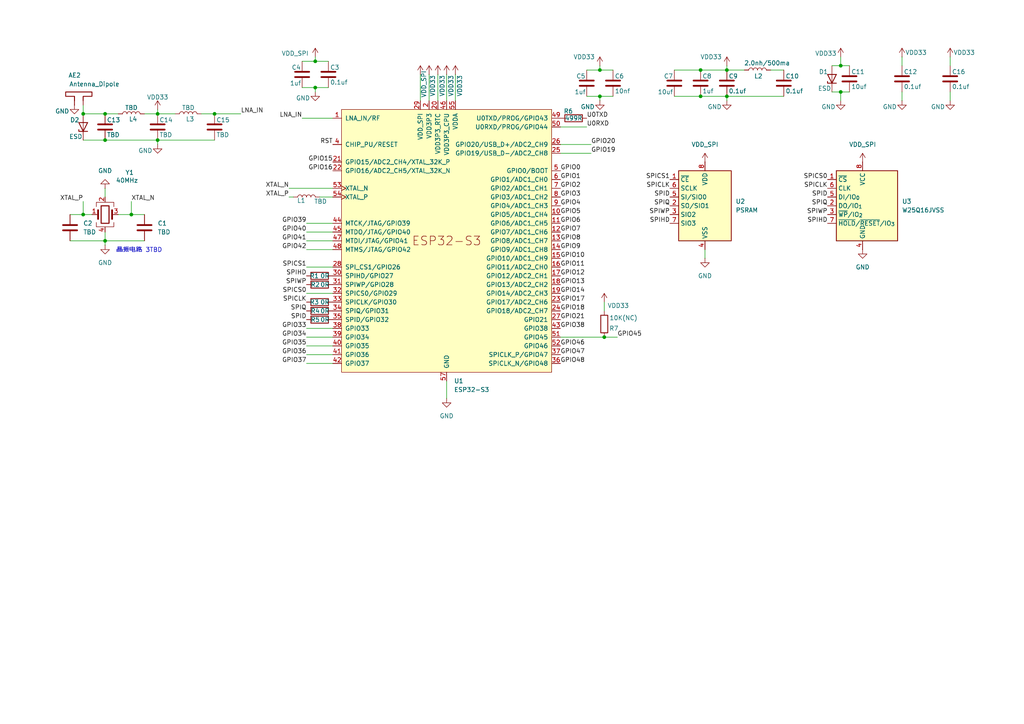
<source format=kicad_sch>
(kicad_sch (version 20250114) (generator "eeschema") (generator_version "9.0")
  (paper "A4")
  (lib_symbols
    (symbol "Device:Antenna_Dipole" (pin_numbers (hide yes)) (pin_names (offset 1.016) (hide yes))
      (property "Reference" "AE" (at 1.27 1.27 0))
      (property "Value" "Antenna_Dipole" (at 1.27 0 0))
      (symbol "Antenna_Dipole_0_1"
        (polyline (pts (xy 2.54 -3.81) (xy 2.54 -2.54) (xy 5.08 -2.54) (xy 5.08 -1.27) (xy -2.54 -1.27) (xy -2.54 -2.54) (xy 0 -2.54) (xy 0 -3.81)) (stroke (width 0.254)))
      )
      (symbol "Antenna_Dipole_1_1"
        (pin input line (at 0 -5.08 90) (length 2.54) (name "~") (number "1"))
        (pin input line (at 2.54 -5.08 90) (length 2.54) (name "~") (number "2"))
      )
    )
    (symbol "Device:C" (pin_numbers (hide yes)) (pin_names (offset 0.254))
      (property "Reference" "C" (at 0.635 2.54 0))
      (property "Value" "C" (at 0.635 -2.54 0))
      (symbol "C_0_1"
        (polyline (pts (xy -2.032 0.762) (xy 2.032 0.762)) (stroke (width 0.508)))
        (polyline (pts (xy -2.032 -0.762) (xy 2.032 -0.762)) (stroke (width 0.508)))
      )
      (symbol "C_1_1"
        (pin passive line (at 0 3.81 270) (length 2.794) (name "~") (number "1"))
        (pin passive line (at 0 -3.81 90) (length 2.794) (name "~") (number "2"))
      )
    )
    (symbol "Device:Crystal_GND24" (pin_names (offset 1.016) (hide yes))
      (property "Reference" "Y" (at 3.175 5.08 0))
      (property "Value" "Crystal_GND24" (at 3.175 3.175 0))
      (symbol "Crystal_GND24_0_1"
        (polyline (pts (xy -2.54 2.286) (xy -2.54 3.556) (xy 2.54 3.556) (xy 2.54 2.286)))
        (polyline (pts (xy -2.54 0) (xy -2.032 0)))
        (polyline (pts (xy -2.54 -2.286) (xy -2.54 -3.556) (xy 2.54 -3.556) (xy 2.54 -2.286)))
        (polyline (pts (xy -2.032 -1.27) (xy -2.032 1.27)) (stroke (width 0.508)))
        (rectangle (start -1.143 2.54) (end 1.143 -2.54) (stroke (width 0.3048)))
        (polyline (pts (xy 0 3.556) (xy 0 3.81)))
        (polyline (pts (xy 0 -3.81) (xy 0 -3.556)))
        (polyline (pts (xy 2.032 0) (xy 2.54 0)))
        (polyline (pts (xy 2.032 -1.27) (xy 2.032 1.27)) (stroke (width 0.508)))
      )
      (symbol "Crystal_GND24_1_1"
        (pin passive line (at -3.81 0 0) (length 1.27) (name "1") (number "1"))
        (pin passive line (at 0 5.08 270) (length 1.27) (name "2") (number "2"))
        (pin passive line (at 0 -5.08 90) (length 1.27) (name "4") (number "4"))
        (pin passive line (at 3.81 0 180) (length 1.27) (name "3") (number "3"))
      )
    )
    (symbol "Device:L" (pin_numbers (hide yes)) (pin_names (offset 1.016) (hide yes))
      (property "Reference" "L" (at -1.27 0 90))
      (property "Value" "L" (at 1.905 0 90))
      (symbol "L_0_1"
        (arc (start 0 2.54) (mid 0.6323 1.905) (end 0 1.27))
        (arc (start 0 1.27) (mid 0.6323 0.635) (end 0 0))
        (arc (start 0 0) (mid 0.6323 -0.635) (end 0 -1.27))
        (arc (start 0 -1.27) (mid 0.6323 -1.905) (end 0 -2.54))
      )
      (symbol "L_1_1"
        (pin passive line (at 0 3.81 270) (length 1.27) (name "1") (number "1"))
        (pin passive line (at 0 -3.81 90) (length 1.27) (name "2") (number "2"))
      )
    )
    (symbol "Device:R" (pin_numbers (hide yes)) (pin_names (offset 0))
      (property "Reference" "R" (at 2.032 0 90))
      (property "Value" "R" (at 0 0 90))
      (symbol "R_0_1"
        (rectangle (start -1.016 -2.54) (end 1.016 2.54) (stroke (width 0.254)))
      )
      (symbol "R_1_1"
        (pin passive line (at 0 3.81 270) (length 1.27) (name "~") (number "1"))
        (pin passive line (at 0 -3.81 90) (length 1.27) (name "~") (number "2"))
      )
    )
    (symbol "Diode:ESD5Zxx" (pin_numbers (hide yes)) (pin_names (hide yes))
      (property "Reference" "D" (at 0 2.54 0))
      (property "Value" "ESD5Zxx" (at 0 -2.54 0))
      (symbol "ESD5Zxx_0_1"
        (polyline (pts (xy -1.27 -1.27) (xy -1.27 1.27) (xy -0.762 1.27)) (stroke (width 0.254)))
        (polyline (pts (xy 1.27 0) (xy -1.27 0)))
        (polyline (pts (xy 1.27 -1.27) (xy 1.27 1.27) (xy -1.27 0) (xy 1.27 -1.27)) (stroke (width 0.254)))
      )
      (symbol "ESD5Zxx_1_1"
        (pin passive line (at -3.81 0 0) (length 2.54) (name "K") (number "1"))
        (pin passive line (at 3.81 0 180) (length 2.54) (name "A") (number "2"))
      )
    )
    (symbol "Memory_Flash:W25Q16JVSS"
      (property "Reference" "U" (at -6.35 11.43 0))
      (property "Value" "W25Q16JVSS" (at 7.62 11.43 0))
      (symbol "W25Q16JVSS_0_1"
        (rectangle (start -7.62 10.16) (end 10.16 -10.16) (stroke (width 0.254)) (fill (type background)))
      )
      (symbol "W25Q16JVSS_1_1"
        (pin input line (at -10.16 7.62 0) (length 2.54) (name "~{CS}") (number "1"))
        (pin input line (at -10.16 5.08 0) (length 2.54) (name "CLK") (number "6"))
        (pin bidirectional line (at -10.16 2.54 0) (length 2.54) (name "DI/IO_{0}") (number "5"))
        (pin bidirectional line (at -10.16 0 0) (length 2.54) (name "DO/IO_{1}") (number "2"))
        (pin bidirectional line (at -10.16 -2.54 0) (length 2.54) (name "~{WP}/IO_{2}") (number "3"))
        (pin bidirectional line (at -10.16 -5.08 0) (length 2.54) (name "~{HOLD}/~{RESET}/IO_{3}") (number "7"))
        (pin power_in line (at 0 12.7 270) (length 2.54) (name "VCC") (number "8"))
        (pin power_in line (at 0 -12.7 90) (length 2.54) (name "GND") (number "4"))
      )
    )
    (symbol "Memory_RAM:APS1604M-3SQRx-SN"
      (property "Reference" "U" (at -6.35 11.43 0))
      (property "Value" "APS1604M-3SQRx-SN" (at 11.684 11.43 0))
      (symbol "APS1604M-3SQRx-SN_0_1"
        (rectangle (start -7.62 10.16) (end 7.62 -10.16) (stroke (width 0.254)) (fill (type background)))
      )
      (symbol "APS1604M-3SQRx-SN_1_1"
        (pin input line (at -10.16 7.62 0) (length 2.54) (name "~{CE}") (number "1"))
        (pin input line (at -10.16 5.08 0) (length 2.54) (name "SCLK") (number "6"))
        (pin bidirectional line (at -10.16 2.54 0) (length 2.54) (name "SI/SIO0") (number "5"))
        (pin bidirectional line (at -10.16 0 0) (length 2.54) (name "SO/SIO1") (number "2"))
        (pin bidirectional line (at -10.16 -2.54 0) (length 2.54) (name "SIO2") (number "3"))
        (pin bidirectional line (at -10.16 -5.08 0) (length 2.54) (name "SIO3") (number "7"))
        (pin power_in line (at 0 12.7 270) (length 2.54) (name "VDD") (number "8"))
        (pin power_in line (at 0 -12.7 90) (length 2.54) (name "VSS") (number "4"))
      )
    )
    (symbol "PCM_Espressif:ESP32-S3" (pin_names (offset 1.016))
      (property "Reference" "U" (at -30.48 43.18 0))
      (property "Value" "ESP32-S3" (at -30.48 40.64 0))
      (symbol "ESP32-S3_0_0"
        (text "ESP32-S3" (at 0 0 0) (effects (font (size 2.54 2.54))))
        (pin bidirectional line (at 33.02 -33.02 180) (length 2.54) (name "SPICLK_P/GPIO47") (number "37"))
        (pin bidirectional line (at 33.02 -35.56 180) (length 2.54) (name "SPICLK_N/GPIO48") (number "36"))
      )
      (symbol "ESP32-S3_0_1"
        (rectangle (start -30.48 38.1) (end 30.48 -38.1) (fill (type background)))
      )
      (symbol "ESP32-S3_1_1"
        (pin bidirectional line (at -33.02 35.56 0) (length 2.54) (name "LNA_IN/RF") (number "1"))
        (pin input line (at -33.02 27.94 0) (length 2.54) (name "CHIP_PU/RESET") (number "4"))
        (pin bidirectional line (at -33.02 22.86 0) (length 2.54) (name "GPIO15/ADC2_CH4/XTAL_32K_P") (number "21"))
        (pin bidirectional line (at -33.02 20.32 0) (length 2.54) (name "GPIO16/ADC2_CH5/XTAL_32K_N") (number "22"))
        (pin input clock (at -33.02 15.24 0) (length 2.54) (name "XTAL_N") (number "53"))
        (pin output clock (at -33.02 12.7 0) (length 2.54) (name "XTAL_P") (number "54"))
        (pin bidirectional line (at -33.02 5.08 0) (length 2.54) (name "MTCK/JTAG/GPIO39") (number "44"))
        (pin bidirectional line (at -33.02 2.54 0) (length 2.54) (name "MTDO/JTAG/GPIO40") (number "45"))
        (pin bidirectional line (at -33.02 0 0) (length 2.54) (name "MTDI/JTAG/GPIO41") (number "47"))
        (pin bidirectional line (at -33.02 -2.54 0) (length 2.54) (name "MTMS/JTAG/GPIO42") (number "48"))
        (pin bidirectional line (at -33.02 -7.62 0) (length 2.54) (name "SPI_CS1/GPIO26") (number "28"))
        (pin bidirectional line (at -33.02 -10.16 0) (length 2.54) (name "SPIHD/GPIO27") (number "30"))
        (pin bidirectional line (at -33.02 -12.7 0) (length 2.54) (name "SPIWP/GPIO28") (number "31"))
        (pin bidirectional line (at -33.02 -15.24 0) (length 2.54) (name "SPICS0/GPIO29") (number "32"))
        (pin bidirectional line (at -33.02 -17.78 0) (length 2.54) (name "SPICLK/GPIO30") (number "33"))
        (pin bidirectional line (at -33.02 -20.32 0) (length 2.54) (name "SPIQ/GPIO31") (number "34"))
        (pin bidirectional line (at -33.02 -22.86 0) (length 2.54) (name "SPID/GPIO32") (number "35"))
        (pin bidirectional line (at -33.02 -25.4 0) (length 2.54) (name "GPIO33") (number "38"))
        (pin bidirectional line (at -33.02 -27.94 0) (length 2.54) (name "GPIO34") (number "39"))
        (pin bidirectional line (at -33.02 -30.48 0) (length 2.54) (name "GPIO35") (number "40"))
        (pin bidirectional line (at -33.02 -33.02 0) (length 2.54) (name "GPIO36") (number "41"))
        (pin bidirectional line (at -33.02 -35.56 0) (length 2.54) (name "GPIO37") (number "42"))
        (pin power_out line (at -7.62 40.64 270) (length 2.54) (name "VDD_SPI") (number "29"))
        (pin power_in line (at -5.08 40.64 270) (length 2.54) (name "VDD3P3") (number "2"))
        (pin power_in line (at -5.08 40.64 270) (length 2.54) (hide yes) (name "VDD3P3") (number "3"))
        (pin power_in line (at -2.54 40.64 270) (length 2.54) (name "VDD3P3_RTC") (number "20"))
        (pin power_in line (at 0 40.64 270) (length 2.54) (name "VDD3P3_CPU") (number "46"))
        (pin power_in line (at 0 -40.64 90) (length 2.54) (name "GND") (number "57"))
        (pin power_in line (at 2.54 40.64 270) (length 2.54) (name "VDDA") (number "55"))
        (pin passive line (at 2.54 40.64 270) (length 2.54) (hide yes) (name "VDDA") (number "56"))
        (pin bidirectional line (at 33.02 35.56 180) (length 2.54) (name "U0TXD/PROG/GPIO43") (number "49"))
        (pin bidirectional line (at 33.02 33.02 180) (length 2.54) (name "U0RXD/PROG/GPIO44") (number "50"))
        (pin bidirectional line (at 33.02 27.94 180) (length 2.54) (name "GPIO20/USB_D+/ADC2_CH9") (number "26"))
        (pin bidirectional line (at 33.02 25.4 180) (length 2.54) (name "GPIO19/USB_D-/ADC2_CH8") (number "25"))
        (pin bidirectional line (at 33.02 20.32 180) (length 2.54) (name "GPIO0/BOOT") (number "5"))
        (pin bidirectional line (at 33.02 17.78 180) (length 2.54) (name "GPIO1/ADC1_CH0") (number "6"))
        (pin bidirectional line (at 33.02 15.24 180) (length 2.54) (name "GPIO2/ADC1_CH1") (number "7"))
        (pin bidirectional line (at 33.02 12.7 180) (length 2.54) (name "GPIO3/ADC1_CH2") (number "8"))
        (pin bidirectional line (at 33.02 10.16 180) (length 2.54) (name "GPIO4/ADC1_CH3") (number "9"))
        (pin bidirectional line (at 33.02 7.62 180) (length 2.54) (name "GPIO5/ADC1_CH4") (number "10"))
        (pin bidirectional line (at 33.02 5.08 180) (length 2.54) (name "GPIO6/ADC1_CH5") (number "11"))
        (pin bidirectional line (at 33.02 2.54 180) (length 2.54) (name "GPIO7/ADC1_CH6") (number "12"))
        (pin bidirectional line (at 33.02 0 180) (length 2.54) (name "GPIO8/ADC1_CH7") (number "13"))
        (pin bidirectional line (at 33.02 -2.54 180) (length 2.54) (name "GPIO9/ADC1_CH8") (number "14"))
        (pin bidirectional line (at 33.02 -5.08 180) (length 2.54) (name "GPIO10/ADC1_CH9") (number "15"))
        (pin bidirectional line (at 33.02 -7.62 180) (length 2.54) (name "GPIO11/ADC2_CH0") (number "16"))
        (pin bidirectional line (at 33.02 -10.16 180) (length 2.54) (name "GPIO12/ADC2_CH1") (number "17"))
        (pin bidirectional line (at 33.02 -12.7 180) (length 2.54) (name "GPIO13/ADC2_CH2") (number "18"))
        (pin bidirectional line (at 33.02 -15.24 180) (length 2.54) (name "GPIO14/ADC2_CH3") (number "19"))
        (pin bidirectional line (at 33.02 -17.78 180) (length 2.54) (name "GPIO17/ADC2_CH6") (number "23"))
        (pin bidirectional line (at 33.02 -20.32 180) (length 2.54) (name "GPIO18/ADC2_CH7") (number "24"))
        (pin bidirectional line (at 33.02 -22.86 180) (length 2.54) (name "GPIO21") (number "27"))
        (pin bidirectional line (at 33.02 -25.4 180) (length 2.54) (name "GPIO38") (number "43"))
        (pin bidirectional line (at 33.02 -27.94 180) (length 2.54) (name "GPIO45") (number "51"))
        (pin bidirectional line (at 33.02 -30.48 180) (length 2.54) (name "GPIO46") (number "52"))
      )
    )
    (symbol "power:GND" (power) (pin_numbers (hide yes)) (pin_names (offset 0) (hide yes))
      (property "Value" "GND" (at 0 -3.81 0))
      (symbol "GND_0_1"
        (polyline (pts (xy 0 0) (xy 0 -1.27) (xy 1.27 -1.27) (xy 0 -2.54) (xy -1.27 -1.27) (xy 0 -1.27)))
      )
      (symbol "GND_1_1"
        (pin power_in line (at 0 0 270) (length 0) (name "~") (number "1"))
      )
    )
    (symbol "power:VDD" (power) (pin_numbers (hide yes)) (pin_names (offset 0) (hide yes))
      (property "Value" "VDD" (at 0 3.556 0))
      (symbol "VDD_0_1"
        (polyline (pts (xy -0.762 1.27) (xy 0 2.54)))
        (polyline (pts (xy 0 2.54) (xy 0.762 1.27)))
        (polyline (pts (xy 0 0) (xy 0 2.54)))
      )
      (symbol "VDD_1_1"
        (pin power_in line (at 0 0 90) (length 0) (name "~") (number "1"))
      )
    )
  )
  (text "晶振电路 3TBD" (at 40.386 72.644 0) (effects (font (size 1.27 1.27))))
  (junction (at 30.48 69.85))
  (junction (at 91.44 25.4))
  (junction (at 175.26 97.79))
  (junction (at 38.1 62.23))
  (junction (at 45.72 33.02))
  (junction (at 210.82 20.32))
  (junction (at 203.2 27.94))
  (junction (at 30.48 33.02))
  (junction (at 62.23 33.02))
  (junction (at 91.44 17.78))
  (junction (at 24.13 62.23))
  (junction (at 243.84 19.05))
  (junction (at 173.99 27.94))
  (junction (at 24.13 33.02))
  (junction (at 30.48 40.64))
  (junction (at 45.72 40.64))
  (junction (at 203.2 20.32))
  (junction (at 243.84 26.67))
  (junction (at 173.99 20.32))
  (junction (at 210.82 27.94))
  (wire (pts (xy 88.9 67.31) (xy 96.52 67.31)))
  (wire (pts (xy 243.84 19.05) (xy 246.38 19.05)))
  (wire (pts (xy 88.9 64.77) (xy 96.52 64.77)))
  (wire (pts (xy 241.3 26.67) (xy 243.84 26.67)))
  (wire (pts (xy 171.45 44.45) (xy 162.56 44.45)))
  (wire (pts (xy 91.44 25.4) (xy 95.25 25.4)))
  (wire (pts (xy 88.9 85.09) (xy 96.52 85.09)))
  (wire (pts (xy 92.71 57.15) (xy 96.52 57.15)))
  (wire (pts (xy 88.9 72.39) (xy 96.52 72.39)))
  (wire (pts (xy 261.62 26.67) (xy 261.62 29.21)))
  (wire (pts (xy 275.59 19.05) (xy 275.59 16.51)))
  (wire (pts (xy 170.18 27.94) (xy 173.99 27.94)))
  (wire (pts (xy 88.9 77.47) (xy 96.52 77.47)))
  (wire (pts (xy 91.44 17.78) (xy 95.25 17.78)))
  (wire (pts (xy 30.48 71.12) (xy 30.48 69.85)))
  (wire (pts (xy 203.2 20.32) (xy 210.82 20.32)))
  (wire (pts (xy 173.99 27.94) (xy 177.8 27.94)))
  (wire (pts (xy 83.82 54.61) (xy 96.52 54.61)))
  (wire (pts (xy 241.3 19.05) (xy 243.84 19.05)))
  (wire (pts (xy 88.9 95.25) (xy 96.52 95.25)))
  (wire (pts (xy 195.58 20.32) (xy 203.2 20.32)))
  (wire (pts (xy 179.07 97.79) (xy 175.26 97.79)))
  (wire (pts (xy 30.48 69.85) (xy 30.48 67.31)))
  (wire (pts (xy 38.1 62.23) (xy 41.91 62.23)))
  (wire (pts (xy 195.58 27.94) (xy 203.2 27.94)))
  (wire (pts (xy 243.84 16.51) (xy 243.84 19.05)))
  (wire (pts (xy 132.08 21.59) (xy 132.08 29.21)))
  (wire (pts (xy 87.63 25.4) (xy 91.44 25.4)))
  (wire (pts (xy 175.26 87.63) (xy 175.26 90.17)))
  (wire (pts (xy 34.29 62.23) (xy 38.1 62.23)))
  (wire (pts (xy 210.82 29.21) (xy 210.82 27.94)))
  (wire (pts (xy 41.91 33.02) (xy 45.72 33.02)))
  (wire (pts (xy 171.45 41.91) (xy 162.56 41.91)))
  (wire (pts (xy 210.82 27.94) (xy 203.2 27.94)))
  (wire (pts (xy 20.32 62.23) (xy 24.13 62.23)))
  (wire (pts (xy 88.9 97.79) (xy 96.52 97.79)))
  (wire (pts (xy 88.9 100.33) (xy 96.52 100.33)))
  (wire (pts (xy 91.44 26.67) (xy 91.44 25.4)))
  (wire (pts (xy 20.32 69.85) (xy 30.48 69.85)))
  (wire (pts (xy 223.52 20.32) (xy 227.33 20.32)))
  (wire (pts (xy 243.84 29.21) (xy 243.84 26.67)))
  (wire (pts (xy 210.82 20.32) (xy 215.9 20.32)))
  (wire (pts (xy 88.9 102.87) (xy 96.52 102.87)))
  (wire (pts (xy 30.48 33.02) (xy 34.29 33.02)))
  (wire (pts (xy 91.44 16.51) (xy 91.44 17.78)))
  (wire (pts (xy 30.48 54.61) (xy 30.48 57.15)))
  (wire (pts (xy 45.72 41.91) (xy 45.72 40.64)))
  (wire (pts (xy 204.47 74.93) (xy 204.47 72.39)))
  (wire (pts (xy 129.54 115.57) (xy 129.54 110.49)))
  (wire (pts (xy 58.42 33.02) (xy 62.23 33.02)))
  (wire (pts (xy 87.63 17.78) (xy 91.44 17.78)))
  (wire (pts (xy 170.18 20.32) (xy 173.99 20.32)))
  (wire (pts (xy 24.13 58.42) (xy 24.13 62.23)))
  (wire (pts (xy 62.23 33.02) (xy 69.85 33.02)))
  (wire (pts (xy 127 21.59) (xy 127 29.21)))
  (wire (pts (xy 30.48 69.85) (xy 41.91 69.85)))
  (wire (pts (xy 129.54 21.59) (xy 129.54 29.21)))
  (wire (pts (xy 210.82 27.94) (xy 227.33 27.94)))
  (wire (pts (xy 24.13 40.64) (xy 30.48 40.64)))
  (wire (pts (xy 38.1 58.42) (xy 38.1 62.23)))
  (wire (pts (xy 210.82 19.05) (xy 210.82 20.32)))
  (wire (pts (xy 24.13 62.23) (xy 26.67 62.23)))
  (wire (pts (xy 88.9 105.41) (xy 96.52 105.41)))
  (wire (pts (xy 45.72 31.75) (xy 45.72 33.02)))
  (wire (pts (xy 87.63 34.29) (xy 96.52 34.29)))
  (wire (pts (xy 24.13 33.02) (xy 30.48 33.02)))
  (wire (pts (xy 275.59 26.67) (xy 275.59 29.21)))
  (wire (pts (xy 45.72 40.64) (xy 62.23 40.64)))
  (wire (pts (xy 261.62 19.05) (xy 261.62 16.51)))
  (wire (pts (xy 175.26 97.79) (xy 162.56 97.79)))
  (wire (pts (xy 24.13 30.48) (xy 24.13 33.02)))
  (wire (pts (xy 121.92 21.59) (xy 121.92 29.21)))
  (wire (pts (xy 30.48 40.64) (xy 45.72 40.64)))
  (wire (pts (xy 45.72 33.02) (xy 50.8 33.02)))
  (wire (pts (xy 170.18 36.83) (xy 162.56 36.83)))
  (wire (pts (xy 173.99 29.21) (xy 173.99 27.94)))
  (wire (pts (xy 124.46 21.59) (xy 124.46 29.21)))
  (wire (pts (xy 83.82 57.15) (xy 85.09 57.15)))
  (wire (pts (xy 88.9 69.85) (xy 96.52 69.85)))
  (wire (pts (xy 173.99 20.32) (xy 177.8 20.32)))
  (wire (pts (xy 173.99 19.05) (xy 173.99 20.32)))
  (wire (pts (xy 243.84 26.67) (xy 246.38 26.67)))
  (label "XTAL_P" (at 83.82 57.15 180))
  (label "GPIO48" (at 162.56 105.41 0))
  (label "SPICS1" (at 194.31 52.07 180))
  (label "GPIO38" (at 162.56 95.25 0))
  (label "GPIO42" (at 88.9 72.39 180))
  (label "XTAL_N" (at 38.1 58.42 0))
  (label "LNA_IN" (at 87.63 34.29 180))
  (label "GPIO7" (at 162.56 67.31 0))
  (label "SPICLK" (at 194.31 54.61 180))
  (label "XTAL_N" (at 83.82 54.61 180))
  (label "SPID" (at 88.9 92.71 180))
  (label "GPIO33" (at 88.9 95.25 180))
  (label "SPIWP" (at 240.03 62.23 180))
  (label "GPIO41" (at 88.9 69.85 180))
  (label "SPIQ" (at 240.03 59.69 180))
  (label "SPIHD" (at 88.9 80.01 180))
  (label "U0TXD" (at 170.18 34.29 0))
  (label "GPIO19" (at 171.45 44.45 0))
  (label "GPIO14" (at 162.56 85.09 0))
  (label "XTAL_P" (at 24.13 58.42 180))
  (label "GPIO36" (at 88.9 102.87 180))
  (label "GPIO17" (at 162.56 87.63 0))
  (label "SPIHD" (at 194.31 64.77 180))
  (label "SPICS1" (at 88.9 77.47 180))
  (label "GPIO0" (at 162.56 49.53 0))
  (label "GPIO6" (at 162.56 64.77 0))
  (label "GPIO3" (at 162.56 57.15 0))
  (label "GPIO11" (at 162.56 77.47 0))
  (label "GPIO35" (at 88.9 100.33 180))
  (label "GPIO9" (at 162.56 72.39 0))
  (label "SPID" (at 194.31 57.15 180))
  (label "SPICS0" (at 240.03 52.07 180))
  (label "GPIO12" (at 162.56 80.01 0))
  (label "SPIWP" (at 194.31 62.23 180))
  (label "GPIO16" (at 96.52 49.53 180))
  (label "SPIQ" (at 88.9 90.17 180))
  (label "GPIO20" (at 171.45 41.91 0))
  (label "GPIO1" (at 162.56 52.07 0))
  (label "SPICS0" (at 88.9 85.09 180))
  (label "SPIQ" (at 194.31 59.69 180))
  (label "SPICLK" (at 240.03 54.61 180))
  (label "GPIO47" (at 162.56 102.87 0))
  (label "GPIO8" (at 162.56 69.85 0))
  (label "SPIHD" (at 240.03 64.77 180))
  (label "LNA_IN" (at 69.85 33.02 0))
  (label "RST" (at 96.52 41.91 180))
  (label "GPIO45" (at 179.07 97.79 0))
  (label "U0RXD" (at 170.18 36.83 0))
  (label "GPIO10" (at 162.56 74.93 0))
  (label "GPIO18" (at 162.56 90.17 0))
  (label "GPIO40" (at 88.9 67.31 180))
  (label "GPIO21" (at 162.56 92.71 0))
  (label "GPIO5" (at 162.56 62.23 0))
  (label "GPIO2" (at 162.56 54.61 0))
  (label "SPIWP" (at 88.9 82.55 180))
  (label "SPID" (at 240.03 57.15 180))
  (label "GPIO46" (at 162.56 100.33 0))
  (label "GPIO34" (at 88.9 97.79 180))
  (label "GPIO4" (at 162.56 59.69 0))
  (label "SPICLK" (at 88.9 87.63 180))
  (label "GPIO13" (at 162.56 82.55 0))
  (label "GPIO39" (at 88.9 64.77 180))
  (label "GPIO15" (at 96.52 46.99 180))
  (label "GPIO37" (at 88.9 105.41 180))
  (symbol (lib_id "Device:L") (at 219.71 20.32 90) (unit 1)
    (property "Reference" "L2" (at 219.964 22.098 90))
    (property "Value" "2.0nh/500ma" (at 222.504 18.288 90))
    (property "Footprint" "Inductor_SMD:L_0402_1005Metric" (effects (hide yes)))
    (property "Description" "Inductor" (effects (hide yes)))
  )
  (symbol (lib_id "power:VDD") (at 173.99 19.05 0) (unit 1)
    (property "Reference" "#PWR011" (effects (hide yes)))
    (property "Value" "VDD33" (at 169.418 16.51 0))
    (property "Description" "Power symbol creates a global label with name \"VDD\"" (effects (hide yes)))
  )
  (symbol (lib_id "power:VDD") (at 210.82 19.05 0) (unit 1)
    (property "Reference" "#PWR015" (effects (hide yes)))
    (property "Value" "VDD33" (at 206.248 16.51 0))
    (property "Description" "Power symbol creates a global label with name \"VDD\"" (effects (hide yes)))
  )
  (symbol (lib_id "power:GND") (at 173.99 29.21 0) (unit 1)
    (property "Reference" "#PWR012" (effects (hide yes)))
    (property "Value" "GND" (at 170.434 30.988 0))
    (property "Description" "Power symbol creates a global label with name \"GND\" , ground" (effects (hide yes)))
  )
  (symbol (lib_id "Device:C") (at 261.62 22.86 0) (unit 1)
    (property "Reference" "C12" (at 262.128 20.828 0) (effects (justify left)))
    (property "Value" "0.1uf" (at 262.128 25.146 0) (effects (justify left)))
    (property "Footprint" "Capacitor_SMD:C_0402_1005Metric" (effects (hide yes)))
    (property "Description" "Unpolarized capacitor" (effects (hide yes)))
  )
  (symbol (lib_id "Memory_Flash:W25Q16JVSS") (at 250.19 59.69 0) (unit 1)
    (property "Reference" "U3" (at 261.62 58.4199 0) (effects (justify left)))
    (property "Value" "W25Q16JVSS" (at 261.62 60.9599 0) (effects (justify left)))
    (property "Footprint" "Package_SON:WSON-8-1EP_8x6mm_P1.27mm_EP3.4x4.3mm" (effects (hide yes)))
    (property "Datasheet" "https://www.winbond.com/hq/support/documentation/levelOne.jsp?__locale=en&DocNo=DA00-W25Q16JV.1" (effects (hide yes)))
    (property "Description" "16Mbit / 2MiB Serial Flash Memory, Standard/Dual/Quad SPI, 2.7-3.6V, SOIC-8 (208 mil)" (effects (hide yes)))
  )
  (symbol (lib_id "Device:C") (at 170.18 24.13 0) (unit 1)
    (property "Reference" "C5" (at 167.132 22.098 0) (effects (justify left)))
    (property "Value" "1uf" (at 166.624 26.67 0) (effects (justify left)))
    (property "Footprint" "Capacitor_SMD:C_0402_1005Metric" (effects (hide yes)))
    (property "Description" "Unpolarized capacitor" (effects (hide yes)))
  )
  (symbol (lib_id "Device:C") (at 30.48 36.83 0) (unit 1)
    (property "Reference" "C13" (at 30.988 34.798 0) (effects (justify left)))
    (property "Value" "TBD" (at 30.988 39.116 0) (effects (justify left)))
    (property "Footprint" "Capacitor_SMD:C_0402_1005Metric" (effects (hide yes)))
    (property "Description" "Unpolarized capacitor" (effects (hide yes)))
  )
  (symbol (lib_id "power:VDD") (at 124.46 21.59 0) (unit 1)
    (property "Reference" "#PWR014" (effects (hide yes)))
    (property "Value" "VDD33" (at 125.476 24.892 90))
    (property "Description" "Power symbol creates a global label with name \"VDD\"" (effects (hide yes)))
  )
  (symbol (lib_id "power:GND") (at 275.59 29.21 0) (unit 1)
    (property "Reference" "#PWR027" (effects (hide yes)))
    (property "Value" "GND" (at 272.034 30.988 0))
    (property "Description" "Power symbol creates a global label with name \"GND\" , ground" (effects (hide yes)))
  )
  (symbol (lib_id "Device:C") (at 45.72 36.83 0) (unit 1)
    (property "Reference" "C14" (at 46.228 34.798 0) (effects (justify left)))
    (property "Value" "TBD" (at 46.228 39.116 0) (effects (justify left)))
    (property "Footprint" "Capacitor_SMD:C_0402_1005Metric" (effects (hide yes)))
    (property "Description" "Unpolarized capacitor" (effects (hide yes)))
  )
  (symbol (lib_id "Device:L") (at 38.1 33.02 90) (unit 1)
    (property "Reference" "L4" (at 38.608 34.544 90))
    (property "Value" "TBD" (at 38.1 31.242 90))
    (property "Footprint" "Inductor_SMD:L_0402_1005Metric" (effects (hide yes)))
    (property "Description" "Inductor" (effects (hide yes)))
  )
  (symbol (lib_id "power:GND") (at 250.19 72.39 0) (unit 1)
    (property "Reference" "#PWR07" (effects (hide yes)))
    (property "Value" "GND" (at 250.19 77.47 0))
    (property "Description" "Power symbol creates a global label with name \"GND\" , ground" (effects (hide yes)))
  )
  (symbol (lib_id "power:GND") (at 129.54 115.57 0) (unit 1)
    (property "Reference" "#PWR01" (effects (hide yes)))
    (property "Value" "GND" (at 129.54 120.65 0))
    (property "Description" "Power symbol creates a global label with name \"GND\" , ground" (effects (hide yes)))
  )
  (symbol (lib_id "Device:Crystal_GND24") (at 30.48 62.23 0) (unit 1)
    (property "Reference" "Y1" (at 37.592 50.038 0))
    (property "Value" "40MHz" (at 36.83 52.324 0))
    (property "Footprint" "Crystal:Crystal_SMD_3225-4Pin_3.2x2.5mm_HandSoldering" (effects (hide yes)))
    (property "Description" "Four pin crystal, GND on pins 2 and 4" (effects (hide yes)))
  )
  (symbol (lib_id "power:VDD") (at 261.62 16.51 0) (unit 1)
    (property "Reference" "#PWR023" (effects (hide yes)))
    (property "Value" "VDD33" (at 265.684 15.24 0))
    (property "Description" "Power symbol creates a global label with name \"VDD\"" (effects (hide yes)))
  )
  (symbol (lib_id "Device:C") (at 246.38 22.86 0) (unit 1)
    (property "Reference" "C11" (at 246.888 20.828 0) (effects (justify left)))
    (property "Value" "10uf" (at 246.888 25.146 0) (effects (justify left)))
    (property "Footprint" "Capacitor_SMD:C_0402_1005Metric" (effects (hide yes)))
    (property "Description" "Unpolarized capacitor" (effects (hide yes)))
  )
  (symbol (lib_id "power:GND") (at 45.72 41.91 0) (unit 1)
    (property "Reference" "#PWR020" (effects (hide yes)))
    (property "Value" "GND" (at 42.164 43.688 0))
    (property "Description" "Power symbol creates a global label with name \"GND\" , ground" (effects (hide yes)))
  )
  (symbol (lib_id "Device:L") (at 54.61 33.02 90) (unit 1)
    (property "Reference" "L3" (at 55.118 34.544 90))
    (property "Value" "TBD" (at 54.61 31.242 90))
    (property "Footprint" "Inductor_SMD:L_0402_1005Metric" (effects (hide yes)))
    (property "Description" "Inductor" (effects (hide yes)))
  )
  (symbol (lib_id "Device:C") (at 275.59 22.86 0) (unit 1)
    (property "Reference" "C16" (at 276.098 20.828 0) (effects (justify left)))
    (property "Value" "0.1uf" (at 276.098 25.146 0) (effects (justify left)))
    (property "Footprint" "Capacitor_SMD:C_0402_1005Metric" (effects (hide yes)))
    (property "Description" "Unpolarized capacitor" (effects (hide yes)))
  )
  (symbol (lib_id "power:VDD") (at 91.44 16.51 0) (unit 1)
    (property "Reference" "#PWR010" (effects (hide yes)))
    (property "Value" "VDD_SPI" (at 85.598 15.494 0))
    (property "Description" "Power symbol creates a global label with name \"VDD\"" (effects (hide yes)))
  )
  (symbol (lib_id "power:VDD") (at 121.92 21.59 0) (unit 1)
    (property "Reference" "#PWR08" (effects (hide yes)))
    (property "Value" "VDD_SPI" (at 122.936 24.384 90))
    (property "Description" "Power symbol creates a global label with name \"VDD\"" (effects (hide yes)))
  )
  (symbol (lib_id "power:VDD") (at 250.19 46.99 0) (unit 1)
    (property "Reference" "#PWR06" (effects (hide yes)))
    (property "Value" "VDD_SPI" (at 250.19 41.91 0))
    (property "Description" "Power symbol creates a global label with name \"VDD\"" (effects (hide yes)))
  )
  (symbol (lib_id "power:VDD") (at 127 21.59 0) (unit 1)
    (property "Reference" "#PWR022" (effects (hide yes)))
    (property "Value" "VDD33" (at 128.27 24.892 90))
    (property "Description" "Power symbol creates a global label with name \"VDD\"" (effects (hide yes)))
  )
  (symbol (lib_id "Device:R") (at 92.71 92.71 90) (unit 1)
    (property "Reference" "R5" (at 91.44 92.71 90))
    (property "Value" "0R" (at 94.234 92.71 90))
    (property "Footprint" "Resistor_SMD:R_0402_1005Metric" (effects (hide yes)))
    (property "Description" "Resistor" (effects (hide yes)))
  )
  (symbol (lib_id "Device:C") (at 87.63 21.59 0) (unit 1)
    (property "Reference" "C4" (at 84.582 19.558 0) (effects (justify left)))
    (property "Value" "1uf" (at 84.074 24.13 0) (effects (justify left)))
    (property "Footprint" "Capacitor_SMD:C_0402_1005Metric" (effects (hide yes)))
    (property "Description" "Unpolarized capacitor" (effects (hide yes)))
  )
  (symbol (lib_id "power:VDD") (at 275.59 16.51 0) (unit 1)
    (property "Reference" "#PWR026" (effects (hide yes)))
    (property "Value" "VDD33" (at 279.654 15.24 0))
    (property "Description" "Power symbol creates a global label with name \"VDD\"" (effects (hide yes)))
  )
  (symbol (lib_id "power:VDD") (at 132.08 21.59 0) (unit 1)
    (property "Reference" "#PWR013" (effects (hide yes)))
    (property "Value" "VDD33" (at 133.35 24.892 90))
    (property "Description" "Power symbol creates a global label with name \"VDD\"" (effects (hide yes)))
  )
  (symbol (lib_id "power:GND") (at 21.59 30.48 0) (unit 1)
    (property "Reference" "#PWR021" (effects (hide yes)))
    (property "Value" "GND" (at 18.034 32.258 0))
    (property "Description" "Power symbol creates a global label with name \"GND\" , ground" (effects (hide yes)))
  )
  (symbol (lib_id "power:GND") (at 261.62 29.21 0) (unit 1)
    (property "Reference" "#PWR024" (effects (hide yes)))
    (property "Value" "GND" (at 258.064 30.988 0))
    (property "Description" "Power symbol creates a global label with name \"GND\" , ground" (effects (hide yes)))
  )
  (symbol (lib_id "Device:R") (at 92.71 80.01 90) (unit 1)
    (property "Reference" "R1" (at 91.186 80.01 90))
    (property "Value" "0R" (at 94.234 80.01 90))
    (property "Footprint" "Resistor_SMD:R_0402_1005Metric" (effects (hide yes)))
    (property "Description" "Resistor" (effects (hide yes)))
  )
  (symbol (lib_id "Device:R") (at 175.26 93.98 180) (unit 1)
    (property "Reference" "R7" (at 178.054 95.25 0))
    (property "Value" "10K(NC)" (at 180.848 92.202 0))
    (property "Footprint" "Resistor_SMD:R_0402_1005Metric" (effects (hide yes)))
    (property "Description" "Resistor" (effects (hide yes)))
  )
  (symbol (lib_id "Device:C") (at 41.91 66.04 0) (unit 1)
    (property "Reference" "C1" (at 45.72 64.7699 0) (effects (justify left)))
    (property "Value" "TBD" (at 45.72 67.3099 0) (effects (justify left)))
    (property "Footprint" "Capacitor_SMD:C_0402_1005Metric" (effects (hide yes)))
    (property "Description" "Unpolarized capacitor" (effects (hide yes)))
  )
  (symbol (lib_id "Device:Antenna_Dipole") (at 21.59 25.4 0) (unit 1)
    (property "Reference" "AE2" (at 19.812 21.844 0) (effects (justify left)))
    (property "Value" "Antenna_Dipole" (at 20.066 24.384 0) (effects (justify left)))
    (property "Description" "Dipole antenna" (effects (hide yes)))
  )
  (symbol (lib_id "Device:C") (at 95.25 21.59 0) (unit 1)
    (property "Reference" "C3" (at 95.758 19.558 0) (effects (justify left)))
    (property "Value" "0.1uf" (at 95.758 23.876 0) (effects (justify left)))
    (property "Footprint" "Capacitor_SMD:C_0402_1005Metric" (effects (hide yes)))
    (property "Description" "Unpolarized capacitor" (effects (hide yes)))
  )
  (symbol (lib_id "Device:L") (at 88.9 57.15 90) (unit 1)
    (property "Reference" "L1" (at 87.376 58.166 90))
    (property "Value" "TBD" (at 92.964 58.42 90))
    (property "Footprint" "Inductor_SMD:L_0402_1005Metric" (effects (hide yes)))
    (property "Description" "Inductor" (effects (hide yes)))
  )
  (symbol (lib_id "Device:C") (at 203.2 24.13 0) (unit 1)
    (property "Reference" "C8" (at 203.708 22.098 0) (effects (justify left)))
    (property "Value" "1uf" (at 203.708 26.416 0) (effects (justify left)))
    (property "Footprint" "Capacitor_SMD:C_0402_1005Metric" (effects (hide yes)))
    (property "Description" "Unpolarized capacitor" (effects (hide yes)))
  )
  (symbol (lib_id "power:GND") (at 91.44 26.67 0) (unit 1)
    (property "Reference" "#PWR09" (effects (hide yes)))
    (property "Value" "GND" (at 87.884 28.448 0))
    (property "Description" "Power symbol creates a global label with name \"GND\" , ground" (effects (hide yes)))
  )
  (symbol (lib_id "power:GND") (at 30.48 54.61 180) (unit 1)
    (property "Reference" "#PWR03" (effects (hide yes)))
    (property "Value" "GND" (at 30.48 49.53 0))
    (property "Description" "Power symbol creates a global label with name \"GND\" , ground" (effects (hide yes)))
  )
  (symbol (lib_id "Device:C") (at 210.82 24.13 0) (unit 1)
    (property "Reference" "C9" (at 211.328 22.098 0) (effects (justify left)))
    (property "Value" "0.1uf" (at 211.328 26.416 0) (effects (justify left)))
    (property "Footprint" "Capacitor_SMD:C_0402_1005Metric" (effects (hide yes)))
    (property "Description" "Unpolarized capacitor" (effects (hide yes)))
  )
  (symbol (lib_id "power:VDD") (at 175.26 87.63 0) (unit 1)
    (property "Reference" "#PWR028" (effects (hide yes)))
    (property "Value" "VDD33" (at 179.324 88.646 0))
    (property "Description" "Power symbol creates a global label with name \"VDD\"" (effects (hide yes)))
  )
  (symbol (lib_id "PCM_Espressif:ESP32-S3") (at 129.54 69.85 0) (unit 1)
    (property "Reference" "U1" (at 131.6833 110.49 0) (effects (justify left)))
    (property "Value" "ESP32-S3" (at 131.6833 113.03 0) (effects (justify left)))
    (property "Footprint" "Package_DFN_QFN:QFN-56-1EP_7x7mm_P0.4mm_EP5.6x5.6mm" (effects (hide yes)))
    (property "Datasheet" "https://www.espressif.com/sites/default/files/documentation/esp32-s3_datasheet_en.pdf" (effects (hide yes)))
    (property "Description" "ESP32-S3 is a low-power MCU-based system-on-chip (SoC) that supports 2.4 GHz Wi-Fi and Bluetooth® Low Energy (Bluetooth LE). It consists of high-performance dual-core microprocessor (Xtensa® 32-bit LX7), a low power coprocessor, a Wi-Fi baseband, a Bluetooth LE baseband, RF module, and peripherals." (effects (hide yes)))
  )
  (symbol (lib_id "power:VDD") (at 243.84 16.51 0) (unit 1)
    (property "Reference" "#PWR017" (effects (hide yes)))
    (property "Value" "VDD33" (at 239.522 15.494 0))
    (property "Description" "Power symbol creates a global label with name \"VDD\"" (effects (hide yes)))
  )
  (symbol (lib_id "Device:C") (at 177.8 24.13 0) (unit 1)
    (property "Reference" "C6" (at 178.308 22.098 0) (effects (justify left)))
    (property "Value" "10nf" (at 178.308 26.416 0) (effects (justify left)))
    (property "Footprint" "Capacitor_SMD:C_0402_1005Metric" (effects (hide yes)))
    (property "Description" "Unpolarized capacitor" (effects (hide yes)))
  )
  (symbol (lib_id "power:VDD") (at 204.47 46.99 0) (unit 1)
    (property "Reference" "#PWR04" (effects (hide yes)))
    (property "Value" "VDD_SPI" (at 204.47 41.91 0))
    (property "Description" "Power symbol creates a global label with name \"VDD\"" (effects (hide yes)))
  )
  (symbol (lib_id "Device:R") (at 92.71 90.17 90) (unit 1)
    (property "Reference" "R4" (at 91.44 90.17 90))
    (property "Value" "0R" (at 94.234 90.17 90))
    (property "Footprint" "Resistor_SMD:R_0402_1005Metric" (effects (hide yes)))
    (property "Description" "Resistor" (effects (hide yes)))
  )
  (symbol (lib_id "Device:C") (at 195.58 24.13 0) (unit 1)
    (property "Reference" "C7" (at 192.532 22.098 0) (effects (justify left)))
    (property "Value" "10uf" (at 190.754 26.67 0) (effects (justify left)))
    (property "Footprint" "Capacitor_SMD:C_0402_1005Metric" (effects (hide yes)))
    (property "Description" "Unpolarized capacitor" (effects (hide yes)))
  )
  (symbol (lib_id "power:VDD") (at 45.72 31.75 0) (unit 1)
    (property "Reference" "#PWR019" (effects (hide yes)))
    (property "Value" "VDD33" (at 45.72 28.194 0))
    (property "Description" "Power symbol creates a global label with name \"VDD\"" (effects (hide yes)))
  )
  (symbol (lib_id "Diode:ESD5Zxx") (at 241.3 22.86 90) (unit 1)
    (property "Reference" "D1" (at 237.49 20.828 90) (effects (justify right)))
    (property "Value" "ESD" (at 237.236 25.654 90) (effects (justify right)))
    (property "Footprint" "Diode_SMD:D_SOD-523" (effects (hide yes)))
    (property "Datasheet" "https://www.onsemi.com/pdf/datasheet/esd5z2.5t1-d.pdf" (effects (hide yes)))
    (property "Description" "ESD Protection Diode, SOD-523" (effects (hide yes)))
  )
  (symbol (lib_id "Device:R") (at 166.37 34.29 90) (unit 1)
    (property "Reference" "R6" (at 164.846 32.258 90))
    (property "Value" "499R" (at 166.37 34.29 90))
    (property "Footprint" "Resistor_SMD:R_0402_1005Metric" (effects (hide yes)))
    (property "Description" "Resistor" (effects (hide yes)))
  )
  (symbol (lib_id "power:VDD") (at 129.54 21.59 0) (unit 1)
    (property "Reference" "#PWR025" (effects (hide yes)))
    (property "Value" "VDD33" (at 130.81 24.892 90))
    (property "Description" "Power symbol creates a global label with name \"VDD\"" (effects (hide yes)))
  )
  (symbol (lib_id "Device:C") (at 227.33 24.13 0) (unit 1)
    (property "Reference" "C10" (at 227.838 22.098 0) (effects (justify left)))
    (property "Value" "0.1uf" (at 227.838 26.416 0) (effects (justify left)))
    (property "Footprint" "Capacitor_SMD:C_0402_1005Metric" (effects (hide yes)))
    (property "Description" "Unpolarized capacitor" (effects (hide yes)))
  )
  (symbol (lib_id "Diode:ESD5Zxx") (at 24.13 36.83 90) (unit 1)
    (property "Reference" "D2" (at 20.32 34.798 90) (effects (justify right)))
    (property "Value" "ESD" (at 20.066 39.624 90) (effects (justify right)))
    (property "Footprint" "Diode_SMD:D_SOD-523" (effects (hide yes)))
    (property "Datasheet" "https://www.onsemi.com/pdf/datasheet/esd5z2.5t1-d.pdf" (effects (hide yes)))
    (property "Description" "ESD Protection Diode, SOD-523" (effects (hide yes)))
  )
  (symbol (lib_id "Memory_RAM:APS1604M-3SQRx-SN") (at 204.47 59.69 0) (unit 1)
    (property "Reference" "U2" (at 213.36 58.4199 0) (effects (justify left)))
    (property "Value" "PSRAM" (at 213.36 60.9599 0) (effects (justify left)))
    (property "Footprint" "Package_SO:SOIC-8_3.9x4.9mm_P1.27mm" (effects (hide yes)))
    (property "Datasheet" "https://www.mouser.com/datasheet/2/1127/APM_PSRAM_QSPI_APS1604M_3SQR_v2_7_PKG-1954896.pdf" (effects (hide yes)))
    (property "Description" "16 Mbit / 2M x 8-bits serial pseudo SRAM MEMORY, up to 133MHz, 2.7-3.6V supply, SOIC-8 (SOP-8)" (effects (hide yes)))
  )
  (symbol (lib_id "power:GND") (at 243.84 29.21 0) (unit 1)
    (property "Reference" "#PWR018" (effects (hide yes)))
    (property "Value" "GND" (at 240.284 30.988 0))
    (property "Description" "Power symbol creates a global label with name \"GND\" , ground" (effects (hide yes)))
  )
  (symbol (lib_id "power:GND") (at 30.48 71.12 0) (unit 1)
    (property "Reference" "#PWR02" (effects (hide yes)))
    (property "Value" "GND" (at 30.48 76.2 0))
    (property "Description" "Power symbol creates a global label with name \"GND\" , ground" (effects (hide yes)))
  )
  (symbol (lib_id "power:GND") (at 204.47 74.93 0) (unit 1)
    (property "Reference" "#PWR05" (effects (hide yes)))
    (property "Value" "GND" (at 204.47 80.01 0))
    (property "Description" "Power symbol creates a global label with name \"GND\" , ground" (effects (hide yes)))
  )
  (symbol (lib_id "Device:R") (at 92.71 87.63 90) (unit 1)
    (property "Reference" "R3" (at 91.186 87.63 90))
    (property "Value" "0R" (at 94.234 87.63 90))
    (property "Footprint" "Resistor_SMD:R_0402_1005Metric" (effects (hide yes)))
    (property "Description" "Resistor" (effects (hide yes)))
  )
  (symbol (lib_id "Device:C") (at 62.23 36.83 0) (unit 1)
    (property "Reference" "C15" (at 62.738 34.798 0) (effects (justify left)))
    (property "Value" "TBD" (at 62.738 39.116 0) (effects (justify left)))
    (property "Footprint" "Capacitor_SMD:C_0402_1005Metric" (effects (hide yes)))
    (property "Description" "Unpolarized capacitor" (effects (hide yes)))
  )
  (symbol (lib_id "Device:C") (at 20.32 66.04 0) (unit 1)
    (property "Reference" "C2" (at 24.13 64.7699 0) (effects (justify left)))
    (property "Value" "TBD" (at 24.13 67.3099 0) (effects (justify left)))
    (property "Footprint" "Capacitor_SMD:C_0402_1005Metric" (effects (hide yes)))
    (property "Description" "Unpolarized capacitor" (effects (hide yes)))
  )
  (symbol (lib_id "power:GND") (at 210.82 29.21 0) (unit 1)
    (property "Reference" "#PWR016" (effects (hide yes)))
    (property "Value" "GND" (at 207.264 30.988 0))
    (property "Description" "Power symbol creates a global label with name \"GND\" , ground" (effects (hide yes)))
  )
  (symbol (lib_id "Device:R") (at 92.71 82.55 90) (unit 1)
    (property "Reference" "R2" (at 91.44 82.55 90))
    (property "Value" "0R" (at 94.234 82.55 90))
    (property "Footprint" "Resistor_SMD:R_0402_1005Metric" (effects (hide yes)))
    (property "Description" "Resistor" (effects (hide yes)))
  )
)
</source>
